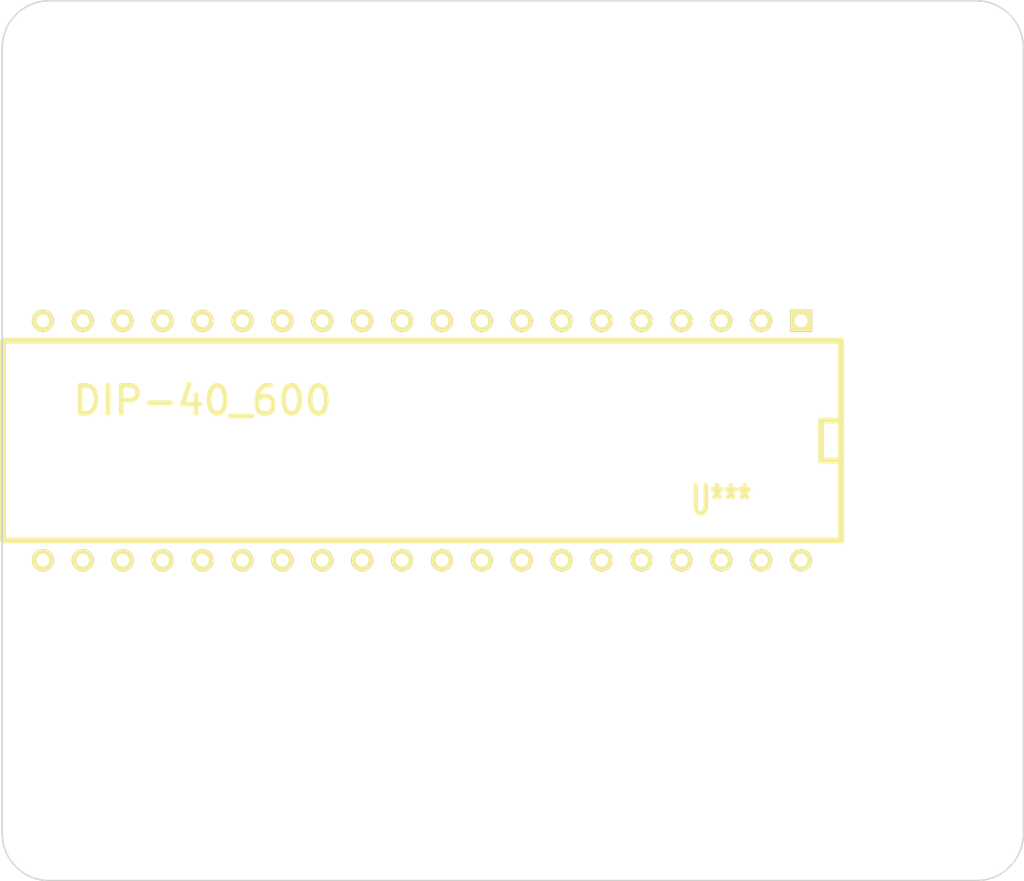
<source format=kicad_pcb>
(kicad_pcb (version 3) (host pcbnew "(2013-07-07 BZR 4022)-stable")

  (general
    (links 0)
    (no_connects 0)
    (area 18.949999 18.949999 84.050001 75.050001)
    (thickness 1.6)
    (drawings 8)
    (tracks 0)
    (zones 0)
    (modules 1)
    (nets 1)
  )

  (page USLetter)
  (title_block 
    (title "HydroHAT For RPi B+")
    (rev 1)
    (company "Rancho High School")
    (comment 1 "James Rowley")
  )

  (layers
    (15 F.Cu signal)
    (0 B.Cu signal)
    (16 B.Adhes user)
    (17 F.Adhes user)
    (18 B.Paste user)
    (19 F.Paste user)
    (20 B.SilkS user)
    (21 F.SilkS user)
    (22 B.Mask user)
    (23 F.Mask user)
    (24 Dwgs.User user)
    (25 Cmts.User user)
    (26 Eco1.User user)
    (27 Eco2.User user)
    (28 Edge.Cuts user)
  )

  (setup
    (last_trace_width 0.254)
    (trace_clearance 0.254)
    (zone_clearance 0.508)
    (zone_45_only no)
    (trace_min 0.254)
    (segment_width 0.2)
    (edge_width 0.1)
    (via_size 0.889)
    (via_drill 0.635)
    (via_min_size 0.889)
    (via_min_drill 0.508)
    (uvia_size 0.508)
    (uvia_drill 0.127)
    (uvias_allowed no)
    (uvia_min_size 0.508)
    (uvia_min_drill 0.127)
    (pcb_text_width 0.3)
    (pcb_text_size 1.5 1.5)
    (mod_edge_width 0.15)
    (mod_text_size 1 1)
    (mod_text_width 0.15)
    (pad_size 1.5 1.5)
    (pad_drill 0.6)
    (pad_to_mask_clearance 0)
    (aux_axis_origin 0 0)
    (visible_elements 7FFFFFFF)
    (pcbplotparams
      (layerselection 3178497)
      (usegerberextensions true)
      (excludeedgelayer true)
      (linewidth 0.150000)
      (plotframeref false)
      (viasonmask false)
      (mode 1)
      (useauxorigin false)
      (hpglpennumber 1)
      (hpglpenspeed 20)
      (hpglpendiameter 15)
      (hpglpenoverlay 2)
      (psnegative false)
      (psa4output false)
      (plotreference true)
      (plotvalue true)
      (plotothertext true)
      (plotinvisibletext false)
      (padsonsilk false)
      (subtractmaskfromsilk false)
      (outputformat 1)
      (mirror false)
      (drillshape 1)
      (scaleselection 1)
      (outputdirectory ""))
  )

  (net 0 "")

  (net_class Default "This is the default net class."
    (clearance 0.254)
    (trace_width 0.254)
    (via_dia 0.889)
    (via_drill 0.635)
    (uvia_dia 0.508)
    (uvia_drill 0.127)
    (add_net "")
  )

  (module DIP-40__600 (layer F.Cu) (tedit 200000) (tstamp 5420CE0D)
    (at 45.72 46.99 180)
    (descr "Module Dil 40 pins, pads ronds, e=600 mils")
    (tags DIL)
    (fp_text reference U*** (at -19.05 -3.81 180) (layer F.SilkS)
      (effects (font (size 1.778 1.143) (thickness 0.3048)))
    )
    (fp_text value DIP-40_600 (at 13.97 2.54 180) (layer F.SilkS)
      (effects (font (size 1.778 1.778) (thickness 0.3048)))
    )
    (fp_line (start -26.67 -1.27) (end -25.4 -1.27) (layer F.SilkS) (width 0.381))
    (fp_line (start -25.4 -1.27) (end -25.4 1.27) (layer F.SilkS) (width 0.381))
    (fp_line (start -25.4 1.27) (end -26.67 1.27) (layer F.SilkS) (width 0.381))
    (fp_line (start -26.67 -6.35) (end 26.67 -6.35) (layer F.SilkS) (width 0.381))
    (fp_line (start 26.67 -6.35) (end 26.67 6.35) (layer F.SilkS) (width 0.381))
    (fp_line (start 26.67 6.35) (end -26.67 6.35) (layer F.SilkS) (width 0.381))
    (fp_line (start -26.67 6.35) (end -26.67 -6.35) (layer F.SilkS) (width 0.381))
    (pad 1 thru_hole rect (at -24.13 7.62 180) (size 1.397 1.397) (drill 0.8128)
      (layers *.Cu *.Mask F.SilkS)
    )
    (pad 2 thru_hole circle (at -21.59 7.62 180) (size 1.397 1.397) (drill 0.8128)
      (layers *.Cu *.Mask F.SilkS)
    )
    (pad 3 thru_hole circle (at -19.05 7.62 180) (size 1.397 1.397) (drill 0.8128)
      (layers *.Cu *.Mask F.SilkS)
    )
    (pad 4 thru_hole circle (at -16.51 7.62 180) (size 1.397 1.397) (drill 0.8128)
      (layers *.Cu *.Mask F.SilkS)
    )
    (pad 5 thru_hole circle (at -13.97 7.62 180) (size 1.397 1.397) (drill 0.8128)
      (layers *.Cu *.Mask F.SilkS)
    )
    (pad 6 thru_hole circle (at -11.43 7.62 180) (size 1.397 1.397) (drill 0.8128)
      (layers *.Cu *.Mask F.SilkS)
    )
    (pad 7 thru_hole circle (at -8.89 7.62 180) (size 1.397 1.397) (drill 0.8128)
      (layers *.Cu *.Mask F.SilkS)
    )
    (pad 8 thru_hole circle (at -6.35 7.62 180) (size 1.397 1.397) (drill 0.8128)
      (layers *.Cu *.Mask F.SilkS)
    )
    (pad 9 thru_hole circle (at -3.81 7.62 180) (size 1.397 1.397) (drill 0.8128)
      (layers *.Cu *.Mask F.SilkS)
    )
    (pad 10 thru_hole circle (at -1.27 7.62 180) (size 1.397 1.397) (drill 0.8128)
      (layers *.Cu *.Mask F.SilkS)
    )
    (pad 11 thru_hole circle (at 1.27 7.62 180) (size 1.397 1.397) (drill 0.8128)
      (layers *.Cu *.Mask F.SilkS)
    )
    (pad 12 thru_hole circle (at 3.81 7.62 180) (size 1.397 1.397) (drill 0.8128)
      (layers *.Cu *.Mask F.SilkS)
    )
    (pad 13 thru_hole circle (at 6.35 7.62 180) (size 1.397 1.397) (drill 0.8128)
      (layers *.Cu *.Mask F.SilkS)
    )
    (pad 14 thru_hole circle (at 8.89 7.62 180) (size 1.397 1.397) (drill 0.8128)
      (layers *.Cu *.Mask F.SilkS)
    )
    (pad 15 thru_hole circle (at 11.43 7.62 180) (size 1.397 1.397) (drill 0.8128)
      (layers *.Cu *.Mask F.SilkS)
    )
    (pad 16 thru_hole circle (at 13.97 7.62 180) (size 1.397 1.397) (drill 0.8128)
      (layers *.Cu *.Mask F.SilkS)
    )
    (pad 17 thru_hole circle (at 16.51 7.62 180) (size 1.397 1.397) (drill 0.8128)
      (layers *.Cu *.Mask F.SilkS)
    )
    (pad 18 thru_hole circle (at 19.05 7.62 180) (size 1.397 1.397) (drill 0.8128)
      (layers *.Cu *.Mask F.SilkS)
    )
    (pad 19 thru_hole circle (at 21.59 7.62 180) (size 1.397 1.397) (drill 0.8128)
      (layers *.Cu *.Mask F.SilkS)
    )
    (pad 20 thru_hole circle (at 24.13 7.62 180) (size 1.397 1.397) (drill 0.8128)
      (layers *.Cu *.Mask F.SilkS)
    )
    (pad 21 thru_hole circle (at 24.13 -7.62 180) (size 1.397 1.397) (drill 0.8128)
      (layers *.Cu *.Mask F.SilkS)
    )
    (pad 22 thru_hole circle (at 21.59 -7.62 180) (size 1.397 1.397) (drill 0.8128)
      (layers *.Cu *.Mask F.SilkS)
    )
    (pad 23 thru_hole circle (at 19.05 -7.62 180) (size 1.397 1.397) (drill 0.8128)
      (layers *.Cu *.Mask F.SilkS)
    )
    (pad 24 thru_hole circle (at 16.51 -7.62 180) (size 1.397 1.397) (drill 0.8128)
      (layers *.Cu *.Mask F.SilkS)
    )
    (pad 25 thru_hole circle (at 13.97 -7.62 180) (size 1.397 1.397) (drill 0.8128)
      (layers *.Cu *.Mask F.SilkS)
    )
    (pad 26 thru_hole circle (at 11.43 -7.62 180) (size 1.397 1.397) (drill 0.8128)
      (layers *.Cu *.Mask F.SilkS)
    )
    (pad 27 thru_hole circle (at 8.89 -7.62 180) (size 1.397 1.397) (drill 0.8128)
      (layers *.Cu *.Mask F.SilkS)
    )
    (pad 28 thru_hole circle (at 6.35 -7.62 180) (size 1.397 1.397) (drill 0.8128)
      (layers *.Cu *.Mask F.SilkS)
    )
    (pad 29 thru_hole circle (at 3.81 -7.62 180) (size 1.397 1.397) (drill 0.8128)
      (layers *.Cu *.Mask F.SilkS)
    )
    (pad 30 thru_hole circle (at 1.27 -7.62 180) (size 1.397 1.397) (drill 0.8128)
      (layers *.Cu *.Mask F.SilkS)
    )
    (pad 31 thru_hole circle (at -1.27 -7.62 180) (size 1.397 1.397) (drill 0.8128)
      (layers *.Cu *.Mask F.SilkS)
    )
    (pad 32 thru_hole circle (at -3.81 -7.62 180) (size 1.397 1.397) (drill 0.8128)
      (layers *.Cu *.Mask F.SilkS)
    )
    (pad 33 thru_hole circle (at -6.35 -7.62 180) (size 1.397 1.397) (drill 0.8128)
      (layers *.Cu *.Mask F.SilkS)
    )
    (pad 34 thru_hole circle (at -8.89 -7.62 180) (size 1.397 1.397) (drill 0.8128)
      (layers *.Cu *.Mask F.SilkS)
    )
    (pad 35 thru_hole circle (at -11.43 -7.62 180) (size 1.397 1.397) (drill 0.8128)
      (layers *.Cu *.Mask F.SilkS)
    )
    (pad 36 thru_hole circle (at -13.97 -7.62 180) (size 1.397 1.397) (drill 0.8128)
      (layers *.Cu *.Mask F.SilkS)
    )
    (pad 37 thru_hole circle (at -16.51 -7.62 180) (size 1.397 1.397) (drill 0.8128)
      (layers *.Cu *.Mask F.SilkS)
    )
    (pad 38 thru_hole circle (at -19.05 -7.62 180) (size 1.397 1.397) (drill 0.8128)
      (layers *.Cu *.Mask F.SilkS)
    )
    (pad 39 thru_hole circle (at -21.59 -7.62 180) (size 1.397 1.397) (drill 0.8128)
      (layers *.Cu *.Mask F.SilkS)
    )
    (pad 40 thru_hole circle (at -24.13 -7.62 180) (size 1.397 1.397) (drill 0.8128)
      (layers *.Cu *.Mask F.SilkS)
    )
    (model dil/dil_40-w600.wrl
      (at (xyz 0 0 0))
      (scale (xyz 1 1 1))
      (rotate (xyz 0 0 0))
    )
  )

  (gr_line (start 81 19) (end 22 19) (angle 90) (layer Edge.Cuts) (width 0.1))
  (gr_arc (start 81 22) (end 81 19) (angle 90) (layer Edge.Cuts) (width 0.1))
  (gr_line (start 84 72) (end 84 22) (angle 90) (layer Edge.Cuts) (width 0.1))
  (gr_arc (start 81 72) (end 84 72) (angle 90) (layer Edge.Cuts) (width 0.1))
  (gr_line (start 22 75) (end 81 75) (angle 90) (layer Edge.Cuts) (width 0.1))
  (gr_arc (start 22 72) (end 22 75) (angle 90) (layer Edge.Cuts) (width 0.1))
  (gr_line (start 19 22) (end 19 72) (angle 90) (layer Edge.Cuts) (width 0.1))
  (gr_arc (start 22 22) (end 19 22) (angle 90) (layer Edge.Cuts) (width 0.1))

)

</source>
